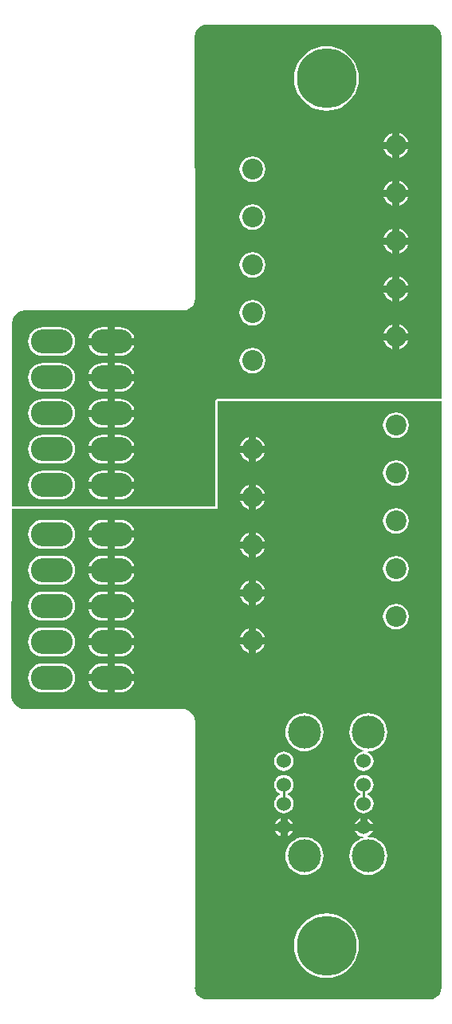
<source format=gtl>
%FSLAX24Y24*%
%MOIN*%
G70*
G01*
G75*
G04 Layer_Physical_Order=1*
G04 Layer_Color=255*
%ADD10C,0.0100*%
%ADD11C,0.0600*%
%ADD12C,0.1378*%
%ADD13C,0.2500*%
%ADD14O,0.1750X0.1000*%
%ADD15C,0.0866*%
G36*
X16304Y-27000D02*
X16287Y-27131D01*
X16237Y-27252D01*
X16157Y-27357D01*
X16052Y-27437D01*
X15931Y-27487D01*
X15804Y-27504D01*
X15800Y-27500D01*
Y-27500D01*
X11050D01*
X6500Y-27504D01*
X6369Y-27487D01*
X6248Y-27437D01*
X6143Y-27357D01*
X6063Y-27252D01*
X6013Y-27131D01*
X5996Y-27004D01*
X6000Y-27000D01*
X6000D01*
X6000Y-27000D01*
X6005Y-15900D01*
X5986Y-15756D01*
X5930Y-15623D01*
X5842Y-15508D01*
X5727Y-15420D01*
X5594Y-15364D01*
X5450Y-15345D01*
Y-15350D01*
X-1100Y-15353D01*
X-1218Y-15341D01*
X-1331Y-15307D01*
X-1435Y-15251D01*
X-1526Y-15176D01*
X-1601Y-15085D01*
X-1657Y-14981D01*
X-1691Y-14868D01*
X-1703Y-14753D01*
X-1700Y-14750D01*
X-1700D01*
X-1700Y-14750D01*
X-1650Y-7000D01*
X6950D01*
Y-3250D01*
Y-2500D01*
X16300D01*
X16304Y-27000D01*
D02*
G37*
G36*
X15931Y13237D02*
X16052Y13187D01*
X16157Y13107D01*
X16237Y13002D01*
X16287Y12881D01*
X16304Y12754D01*
X16300Y12750D01*
X16300D01*
Y-2398D01*
X6950D01*
X6911Y-2406D01*
X6878Y-2428D01*
X6856Y-2461D01*
X6848Y-2500D01*
Y-3250D01*
Y-6898D01*
X-1650D01*
X-1650Y-6898D01*
X-1655Y750D01*
X-1636Y894D01*
X-1580Y1027D01*
X-1492Y1142D01*
X-1377Y1230D01*
X-1244Y1286D01*
X-1105Y1304D01*
X-1100Y1300D01*
Y1300D01*
X-1100Y1300D01*
X5500Y1296D01*
X5631Y1313D01*
X5752Y1363D01*
X5857Y1443D01*
X5937Y1548D01*
X5987Y1669D01*
X6004Y1800D01*
X6000D01*
X5996Y12750D01*
X6013Y12881D01*
X6063Y13002D01*
X6143Y13107D01*
X6248Y13187D01*
X6369Y13237D01*
X6496Y13254D01*
X6500Y13250D01*
Y13250D01*
X15800Y13254D01*
X15931Y13237D01*
D02*
G37*
%LPC*%
G36*
X375Y-8947D02*
X-375D01*
X-493Y-8959D01*
X-606Y-8993D01*
X-710Y-9049D01*
X-801Y-9124D01*
X-876Y-9215D01*
X-932Y-9319D01*
X-966Y-9432D01*
X-978Y-9550D01*
X-966Y-9668D01*
X-932Y-9781D01*
X-876Y-9885D01*
X-801Y-9976D01*
X-710Y-10051D01*
X-606Y-10107D01*
X-493Y-10141D01*
X-375Y-10153D01*
X375D01*
X493Y-10141D01*
X606Y-10107D01*
X710Y-10051D01*
X801Y-9976D01*
X876Y-9885D01*
X932Y-9781D01*
X966Y-9668D01*
X978Y-9550D01*
X966Y-9432D01*
X932Y-9319D01*
X876Y-9215D01*
X801Y-9124D01*
X710Y-9049D01*
X606Y-8993D01*
X493Y-8959D01*
X375Y-8947D01*
D02*
G37*
G36*
X8550Y-9985D02*
Y-10350D01*
X8915D01*
X8866Y-10231D01*
X8780Y-10120D01*
X8669Y-10034D01*
X8550Y-9985D01*
D02*
G37*
G36*
X8250D02*
X8131Y-10034D01*
X8020Y-10120D01*
X7934Y-10231D01*
X7885Y-10350D01*
X8250D01*
Y-9985D01*
D02*
G37*
G36*
X2350Y-9700D02*
X1543D01*
X1568Y-9781D01*
X1624Y-9885D01*
X1699Y-9976D01*
X1790Y-10051D01*
X1894Y-10107D01*
X2007Y-10141D01*
X2125Y-10153D01*
X2350D01*
Y-9700D01*
D02*
G37*
G36*
Y-8947D02*
X2125D01*
X2007Y-8959D01*
X1894Y-8993D01*
X1790Y-9049D01*
X1699Y-9124D01*
X1624Y-9215D01*
X1568Y-9319D01*
X1543Y-9400D01*
X2350D01*
Y-8947D01*
D02*
G37*
G36*
X14400Y-8962D02*
X14261Y-8981D01*
X14131Y-9034D01*
X14020Y-9120D01*
X13934Y-9231D01*
X13881Y-9361D01*
X13862Y-9500D01*
X13881Y-9639D01*
X13934Y-9769D01*
X14020Y-9880D01*
X14131Y-9966D01*
X14261Y-10019D01*
X14400Y-10038D01*
X14539Y-10019D01*
X14669Y-9966D01*
X14780Y-9880D01*
X14866Y-9769D01*
X14919Y-9639D01*
X14938Y-9500D01*
X14919Y-9361D01*
X14866Y-9231D01*
X14780Y-9120D01*
X14669Y-9034D01*
X14539Y-8981D01*
X14400Y-8962D01*
D02*
G37*
G36*
X3456Y-9700D02*
X2650D01*
Y-10153D01*
X2875D01*
X2993Y-10141D01*
X3106Y-10107D01*
X3210Y-10051D01*
X3301Y-9976D01*
X3376Y-9885D01*
X3432Y-9781D01*
X3456Y-9700D01*
D02*
G37*
G36*
Y-11200D02*
X2650D01*
Y-11653D01*
X2875D01*
X2993Y-11641D01*
X3106Y-11607D01*
X3210Y-11551D01*
X3301Y-11476D01*
X3376Y-11385D01*
X3432Y-11281D01*
X3456Y-11200D01*
D02*
G37*
G36*
X2350D02*
X1543D01*
X1568Y-11281D01*
X1624Y-11385D01*
X1699Y-11476D01*
X1790Y-11551D01*
X1894Y-11607D01*
X2007Y-11641D01*
X2125Y-11653D01*
X2350D01*
Y-11200D01*
D02*
G37*
G36*
X375Y-10447D02*
X-375D01*
X-493Y-10459D01*
X-606Y-10493D01*
X-710Y-10549D01*
X-801Y-10624D01*
X-876Y-10715D01*
X-932Y-10819D01*
X-966Y-10932D01*
X-978Y-11050D01*
X-966Y-11168D01*
X-932Y-11281D01*
X-876Y-11385D01*
X-801Y-11476D01*
X-710Y-11551D01*
X-606Y-11607D01*
X-493Y-11641D01*
X-375Y-11653D01*
X375D01*
X493Y-11641D01*
X606Y-11607D01*
X710Y-11551D01*
X801Y-11476D01*
X876Y-11385D01*
X932Y-11281D01*
X966Y-11168D01*
X978Y-11050D01*
X966Y-10932D01*
X932Y-10819D01*
X876Y-10715D01*
X801Y-10624D01*
X710Y-10549D01*
X606Y-10493D01*
X493Y-10459D01*
X375Y-10447D01*
D02*
G37*
G36*
X8250Y-10650D02*
X7885D01*
X7934Y-10769D01*
X8020Y-10880D01*
X8131Y-10966D01*
X8250Y-11015D01*
Y-10650D01*
D02*
G37*
G36*
X2875Y-10447D02*
X2650D01*
Y-10900D01*
X3456D01*
X3432Y-10819D01*
X3376Y-10715D01*
X3301Y-10624D01*
X3210Y-10549D01*
X3106Y-10493D01*
X2993Y-10459D01*
X2875Y-10447D01*
D02*
G37*
G36*
X2350D02*
X2125D01*
X2007Y-10459D01*
X1894Y-10493D01*
X1790Y-10549D01*
X1699Y-10624D01*
X1624Y-10715D01*
X1568Y-10819D01*
X1543Y-10900D01*
X2350D01*
Y-10447D01*
D02*
G37*
G36*
X8915Y-10650D02*
X8550D01*
Y-11015D01*
X8669Y-10966D01*
X8780Y-10880D01*
X8866Y-10769D01*
X8915Y-10650D01*
D02*
G37*
G36*
X2350Y-7447D02*
X2125D01*
X2007Y-7459D01*
X1894Y-7493D01*
X1790Y-7549D01*
X1699Y-7624D01*
X1624Y-7715D01*
X1568Y-7819D01*
X1543Y-7900D01*
X2350D01*
Y-7447D01*
D02*
G37*
G36*
X14400Y-6962D02*
X14261Y-6981D01*
X14131Y-7034D01*
X14020Y-7120D01*
X13934Y-7231D01*
X13881Y-7361D01*
X13862Y-7500D01*
X13881Y-7639D01*
X13934Y-7769D01*
X14020Y-7880D01*
X14131Y-7966D01*
X14261Y-8019D01*
X14400Y-8038D01*
X14539Y-8019D01*
X14669Y-7966D01*
X14780Y-7880D01*
X14866Y-7769D01*
X14919Y-7639D01*
X14938Y-7500D01*
X14919Y-7361D01*
X14866Y-7231D01*
X14780Y-7120D01*
X14669Y-7034D01*
X14539Y-6981D01*
X14400Y-6962D01*
D02*
G37*
G36*
X8550Y-7985D02*
Y-8350D01*
X8915D01*
X8866Y-8231D01*
X8780Y-8120D01*
X8669Y-8034D01*
X8550Y-7985D01*
D02*
G37*
G36*
X2875Y-7447D02*
X2650D01*
Y-7900D01*
X3456D01*
X3432Y-7819D01*
X3376Y-7715D01*
X3301Y-7624D01*
X3210Y-7549D01*
X3106Y-7493D01*
X2993Y-7459D01*
X2875Y-7447D01*
D02*
G37*
G36*
X375Y-5397D02*
X-375D01*
X-493Y-5409D01*
X-606Y-5443D01*
X-710Y-5499D01*
X-801Y-5574D01*
X-876Y-5665D01*
X-932Y-5769D01*
X-966Y-5882D01*
X-978Y-6000D01*
X-966Y-6118D01*
X-932Y-6231D01*
X-876Y-6335D01*
X-801Y-6426D01*
X-710Y-6501D01*
X-606Y-6557D01*
X-493Y-6591D01*
X-375Y-6603D01*
X375D01*
X493Y-6591D01*
X606Y-6557D01*
X710Y-6501D01*
X801Y-6426D01*
X876Y-6335D01*
X932Y-6231D01*
X966Y-6118D01*
X978Y-6000D01*
X966Y-5882D01*
X932Y-5769D01*
X876Y-5665D01*
X801Y-5574D01*
X710Y-5499D01*
X606Y-5443D01*
X493Y-5409D01*
X375Y-5397D01*
D02*
G37*
G36*
X8915Y-6650D02*
X8550D01*
Y-7015D01*
X8669Y-6966D01*
X8780Y-6880D01*
X8866Y-6769D01*
X8915Y-6650D01*
D02*
G37*
G36*
X8250D02*
X7885D01*
X7934Y-6769D01*
X8020Y-6880D01*
X8131Y-6966D01*
X8250Y-7015D01*
Y-6650D01*
D02*
G37*
G36*
X8915Y-8650D02*
X8550D01*
Y-9015D01*
X8669Y-8966D01*
X8780Y-8880D01*
X8866Y-8769D01*
X8915Y-8650D01*
D02*
G37*
G36*
X8250D02*
X7885D01*
X7934Y-8769D01*
X8020Y-8880D01*
X8131Y-8966D01*
X8250Y-9015D01*
Y-8650D01*
D02*
G37*
G36*
X2875Y-8947D02*
X2650D01*
Y-9400D01*
X3456D01*
X3432Y-9319D01*
X3376Y-9215D01*
X3301Y-9124D01*
X3210Y-9049D01*
X3106Y-8993D01*
X2993Y-8959D01*
X2875Y-8947D01*
D02*
G37*
G36*
X375Y-7447D02*
X-375D01*
X-493Y-7459D01*
X-606Y-7493D01*
X-710Y-7549D01*
X-801Y-7624D01*
X-876Y-7715D01*
X-932Y-7819D01*
X-966Y-7932D01*
X-978Y-8050D01*
X-966Y-8168D01*
X-932Y-8281D01*
X-876Y-8385D01*
X-801Y-8476D01*
X-710Y-8551D01*
X-606Y-8607D01*
X-493Y-8641D01*
X-375Y-8653D01*
X375D01*
X493Y-8641D01*
X606Y-8607D01*
X710Y-8551D01*
X801Y-8476D01*
X876Y-8385D01*
X932Y-8281D01*
X966Y-8168D01*
X978Y-8050D01*
X966Y-7932D01*
X932Y-7819D01*
X876Y-7715D01*
X801Y-7624D01*
X710Y-7549D01*
X606Y-7493D01*
X493Y-7459D01*
X375Y-7447D01*
D02*
G37*
G36*
X8250Y-7985D02*
X8131Y-8034D01*
X8020Y-8120D01*
X7934Y-8231D01*
X7885Y-8350D01*
X8250D01*
Y-7985D01*
D02*
G37*
G36*
X3456Y-8200D02*
X2650D01*
Y-8653D01*
X2875D01*
X2993Y-8641D01*
X3106Y-8607D01*
X3210Y-8551D01*
X3301Y-8476D01*
X3376Y-8385D01*
X3432Y-8281D01*
X3456Y-8200D01*
D02*
G37*
G36*
X2350D02*
X1543D01*
X1568Y-8281D01*
X1624Y-8385D01*
X1699Y-8476D01*
X1790Y-8551D01*
X1894Y-8607D01*
X2007Y-8641D01*
X2125Y-8653D01*
X2350D01*
Y-8200D01*
D02*
G37*
G36*
X14400Y-10962D02*
X14261Y-10981D01*
X14131Y-11034D01*
X14020Y-11120D01*
X13934Y-11231D01*
X13881Y-11361D01*
X13862Y-11500D01*
X13881Y-11639D01*
X13934Y-11769D01*
X14020Y-11880D01*
X14131Y-11966D01*
X14261Y-12019D01*
X14400Y-12038D01*
X14539Y-12019D01*
X14669Y-11966D01*
X14780Y-11880D01*
X14866Y-11769D01*
X14919Y-11639D01*
X14938Y-11500D01*
X14919Y-11361D01*
X14866Y-11231D01*
X14780Y-11120D01*
X14669Y-11034D01*
X14539Y-10981D01*
X14400Y-10962D01*
D02*
G37*
G36*
X9715Y-18118D02*
X9610Y-18132D01*
X9513Y-18172D01*
X9429Y-18236D01*
X9365Y-18320D01*
X9325Y-18417D01*
X9311Y-18522D01*
X9325Y-18626D01*
X9365Y-18723D01*
X9429Y-18807D01*
X9513Y-18871D01*
X9559Y-18890D01*
Y-18940D01*
X9513Y-18960D01*
X9429Y-19024D01*
X9365Y-19107D01*
X9325Y-19205D01*
X9311Y-19309D01*
X9325Y-19413D01*
X9365Y-19511D01*
X9429Y-19594D01*
X9513Y-19658D01*
X9610Y-19699D01*
X9715Y-19713D01*
X9819Y-19699D01*
X9916Y-19658D01*
X10000Y-19594D01*
X10064Y-19511D01*
X10104Y-19413D01*
X10118Y-19309D01*
X10104Y-19205D01*
X10064Y-19107D01*
X10000Y-19024D01*
X9916Y-18960D01*
X9870Y-18940D01*
Y-18890D01*
X9916Y-18871D01*
X10000Y-18807D01*
X10064Y-18723D01*
X10104Y-18626D01*
X10118Y-18522D01*
X10104Y-18417D01*
X10064Y-18320D01*
X10000Y-18236D01*
X9916Y-18172D01*
X9819Y-18132D01*
X9715Y-18118D01*
D02*
G37*
G36*
X13211Y-19922D02*
Y-20143D01*
X13432D01*
X13410Y-20092D01*
X13346Y-20008D01*
X13263Y-19944D01*
X13211Y-19922D01*
D02*
G37*
G36*
X12911D02*
X12859Y-19944D01*
X12776Y-20008D01*
X12712Y-20092D01*
X12690Y-20143D01*
X12911D01*
Y-19922D01*
D02*
G37*
G36*
X13061Y-18118D02*
X12957Y-18132D01*
X12859Y-18172D01*
X12776Y-18236D01*
X12712Y-18320D01*
X12671Y-18417D01*
X12658Y-18522D01*
X12671Y-18626D01*
X12712Y-18723D01*
X12776Y-18807D01*
X12859Y-18871D01*
X12906Y-18890D01*
Y-18940D01*
X12859Y-18960D01*
X12776Y-19024D01*
X12712Y-19107D01*
X12671Y-19205D01*
X12658Y-19309D01*
X12671Y-19413D01*
X12712Y-19511D01*
X12776Y-19594D01*
X12859Y-19658D01*
X12957Y-19699D01*
X13061Y-19713D01*
X13165Y-19699D01*
X13263Y-19658D01*
X13346Y-19594D01*
X13410Y-19511D01*
X13451Y-19413D01*
X13464Y-19309D01*
X13451Y-19205D01*
X13410Y-19107D01*
X13346Y-19024D01*
X13263Y-18960D01*
X13216Y-18940D01*
Y-18890D01*
X13263Y-18871D01*
X13346Y-18807D01*
X13410Y-18723D01*
X13451Y-18626D01*
X13464Y-18522D01*
X13451Y-18417D01*
X13410Y-18320D01*
X13346Y-18236D01*
X13263Y-18172D01*
X13165Y-18132D01*
X13061Y-18118D01*
D02*
G37*
G36*
X13250Y-15538D02*
X13095Y-15553D01*
X12947Y-15598D01*
X12810Y-15672D01*
X12689Y-15770D01*
X12591Y-15890D01*
X12518Y-16027D01*
X12472Y-16176D01*
X12457Y-16331D01*
X12472Y-16485D01*
X12518Y-16634D01*
X12591Y-16771D01*
X12689Y-16891D01*
X12810Y-16990D01*
X12947Y-17063D01*
X13031Y-17089D01*
X13027Y-17138D01*
X12957Y-17148D01*
X12859Y-17188D01*
X12776Y-17252D01*
X12712Y-17336D01*
X12671Y-17433D01*
X12658Y-17537D01*
X12671Y-17642D01*
X12712Y-17739D01*
X12776Y-17823D01*
X12859Y-17887D01*
X12957Y-17927D01*
X13061Y-17941D01*
X13165Y-17927D01*
X13263Y-17887D01*
X13346Y-17823D01*
X13410Y-17739D01*
X13451Y-17642D01*
X13464Y-17537D01*
X13451Y-17433D01*
X13410Y-17336D01*
X13346Y-17252D01*
X13263Y-17188D01*
X13220Y-17170D01*
X13232Y-17122D01*
X13250Y-17124D01*
X13405Y-17108D01*
X13553Y-17063D01*
X13690Y-16990D01*
X13811Y-16891D01*
X13909Y-16771D01*
X13982Y-16634D01*
X14028Y-16485D01*
X14043Y-16331D01*
X14028Y-16176D01*
X13982Y-16027D01*
X13909Y-15890D01*
X13811Y-15770D01*
X13690Y-15672D01*
X13553Y-15598D01*
X13405Y-15553D01*
X13250Y-15538D01*
D02*
G37*
G36*
X10573D02*
X10418Y-15553D01*
X10269Y-15598D01*
X10132Y-15672D01*
X10012Y-15770D01*
X9914Y-15890D01*
X9840Y-16027D01*
X9795Y-16176D01*
X9780Y-16331D01*
X9795Y-16485D01*
X9840Y-16634D01*
X9914Y-16771D01*
X10012Y-16891D01*
X10132Y-16990D01*
X10269Y-17063D01*
X10418Y-17108D01*
X10573Y-17124D01*
X10727Y-17108D01*
X10876Y-17063D01*
X11013Y-16990D01*
X11133Y-16891D01*
X11232Y-16771D01*
X11305Y-16634D01*
X11350Y-16485D01*
X11366Y-16331D01*
X11350Y-16176D01*
X11305Y-16027D01*
X11232Y-15890D01*
X11133Y-15770D01*
X11013Y-15672D01*
X10876Y-15598D01*
X10727Y-15553D01*
X10573Y-15538D01*
D02*
G37*
G36*
X9715Y-17134D02*
X9610Y-17148D01*
X9513Y-17188D01*
X9429Y-17252D01*
X9365Y-17336D01*
X9325Y-17433D01*
X9311Y-17537D01*
X9325Y-17642D01*
X9365Y-17739D01*
X9429Y-17823D01*
X9513Y-17887D01*
X9610Y-17927D01*
X9715Y-17941D01*
X9819Y-17927D01*
X9916Y-17887D01*
X10000Y-17823D01*
X10064Y-17739D01*
X10104Y-17642D01*
X10118Y-17537D01*
X10104Y-17433D01*
X10064Y-17336D01*
X10000Y-17252D01*
X9916Y-17188D01*
X9819Y-17148D01*
X9715Y-17134D01*
D02*
G37*
G36*
X13432Y-20443D02*
X12690D01*
X12712Y-20495D01*
X12776Y-20579D01*
X12859Y-20643D01*
X12957Y-20683D01*
X13027Y-20692D01*
X13031Y-20742D01*
X12947Y-20768D01*
X12810Y-20841D01*
X12689Y-20939D01*
X12591Y-21060D01*
X12518Y-21197D01*
X12472Y-21345D01*
X12457Y-21500D01*
X12472Y-21655D01*
X12518Y-21803D01*
X12591Y-21940D01*
X12689Y-22061D01*
X12810Y-22159D01*
X12947Y-22232D01*
X13095Y-22278D01*
X13250Y-22293D01*
X13405Y-22278D01*
X13553Y-22232D01*
X13690Y-22159D01*
X13811Y-22061D01*
X13909Y-21940D01*
X13982Y-21803D01*
X14028Y-21655D01*
X14043Y-21500D01*
X14028Y-21345D01*
X13982Y-21197D01*
X13909Y-21060D01*
X13811Y-20939D01*
X13690Y-20841D01*
X13553Y-20768D01*
X13405Y-20722D01*
X13250Y-20707D01*
X13232Y-20709D01*
X13220Y-20660D01*
X13263Y-20643D01*
X13346Y-20579D01*
X13410Y-20495D01*
X13432Y-20443D01*
D02*
G37*
G36*
X10573Y-20707D02*
X10418Y-20722D01*
X10269Y-20768D01*
X10132Y-20841D01*
X10012Y-20939D01*
X9914Y-21060D01*
X9840Y-21197D01*
X9795Y-21345D01*
X9780Y-21500D01*
X9795Y-21655D01*
X9840Y-21803D01*
X9914Y-21940D01*
X10012Y-22061D01*
X10132Y-22159D01*
X10269Y-22232D01*
X10418Y-22278D01*
X10573Y-22293D01*
X10727Y-22278D01*
X10876Y-22232D01*
X11013Y-22159D01*
X11133Y-22061D01*
X11232Y-21940D01*
X11305Y-21803D01*
X11350Y-21655D01*
X11366Y-21500D01*
X11350Y-21345D01*
X11305Y-21197D01*
X11232Y-21060D01*
X11133Y-20939D01*
X11013Y-20841D01*
X10876Y-20768D01*
X10727Y-20722D01*
X10573Y-20707D01*
D02*
G37*
G36*
X11500Y-23896D02*
X11288Y-23912D01*
X11082Y-23962D01*
X10885Y-24043D01*
X10704Y-24154D01*
X10542Y-24292D01*
X10404Y-24454D01*
X10293Y-24635D01*
X10212Y-24832D01*
X10163Y-25038D01*
X10146Y-25250D01*
X10163Y-25462D01*
X10212Y-25668D01*
X10293Y-25865D01*
X10404Y-26046D01*
X10542Y-26208D01*
X10704Y-26346D01*
X10885Y-26457D01*
X11082Y-26538D01*
X11288Y-26588D01*
X11500Y-26604D01*
X11712Y-26588D01*
X11918Y-26538D01*
X12115Y-26457D01*
X12296Y-26346D01*
X12458Y-26208D01*
X12596Y-26046D01*
X12707Y-25865D01*
X12788Y-25668D01*
X12838Y-25462D01*
X12854Y-25250D01*
X12838Y-25038D01*
X12788Y-24832D01*
X12707Y-24635D01*
X12596Y-24454D01*
X12458Y-24292D01*
X12296Y-24154D01*
X12115Y-24043D01*
X11918Y-23962D01*
X11712Y-23912D01*
X11500Y-23896D01*
D02*
G37*
G36*
X9565Y-20443D02*
X9344D01*
X9365Y-20495D01*
X9429Y-20579D01*
X9513Y-20643D01*
X9565Y-20664D01*
Y-20443D01*
D02*
G37*
G36*
X9865Y-19922D02*
Y-20143D01*
X10085D01*
X10064Y-20092D01*
X10000Y-20008D01*
X9916Y-19944D01*
X9865Y-19922D01*
D02*
G37*
G36*
X9565D02*
X9513Y-19944D01*
X9429Y-20008D01*
X9365Y-20092D01*
X9344Y-20143D01*
X9565D01*
Y-19922D01*
D02*
G37*
G36*
X10085Y-20443D02*
X9865D01*
Y-20664D01*
X9916Y-20643D01*
X10000Y-20579D01*
X10064Y-20495D01*
X10085Y-20443D01*
D02*
G37*
G36*
X8915Y-12650D02*
X8550D01*
Y-13015D01*
X8669Y-12966D01*
X8780Y-12880D01*
X8866Y-12769D01*
X8915Y-12650D01*
D02*
G37*
G36*
X8250D02*
X7885D01*
X7934Y-12769D01*
X8020Y-12880D01*
X8131Y-12966D01*
X8250Y-13015D01*
Y-12650D01*
D02*
G37*
G36*
X3456Y-12700D02*
X2650D01*
Y-13153D01*
X2875D01*
X2993Y-13141D01*
X3106Y-13107D01*
X3210Y-13051D01*
X3301Y-12976D01*
X3376Y-12885D01*
X3432Y-12781D01*
X3456Y-12700D01*
D02*
G37*
G36*
X2350Y-11947D02*
X2125D01*
X2007Y-11959D01*
X1894Y-11993D01*
X1790Y-12049D01*
X1699Y-12124D01*
X1624Y-12215D01*
X1568Y-12319D01*
X1543Y-12400D01*
X2350D01*
Y-11947D01*
D02*
G37*
G36*
X8550Y-11985D02*
Y-12350D01*
X8915D01*
X8866Y-12231D01*
X8780Y-12120D01*
X8669Y-12034D01*
X8550Y-11985D01*
D02*
G37*
G36*
X8250D02*
X8131Y-12034D01*
X8020Y-12120D01*
X7934Y-12231D01*
X7885Y-12350D01*
X8250D01*
Y-11985D01*
D02*
G37*
G36*
X2875Y-11947D02*
X2650D01*
Y-12400D01*
X3456D01*
X3432Y-12319D01*
X3376Y-12215D01*
X3301Y-12124D01*
X3210Y-12049D01*
X3106Y-11993D01*
X2993Y-11959D01*
X2875Y-11947D01*
D02*
G37*
G36*
X3456Y-14200D02*
X2650D01*
Y-14653D01*
X2875D01*
X2993Y-14641D01*
X3106Y-14607D01*
X3210Y-14551D01*
X3301Y-14476D01*
X3376Y-14385D01*
X3432Y-14281D01*
X3456Y-14200D01*
D02*
G37*
G36*
X2350D02*
X1543D01*
X1568Y-14281D01*
X1624Y-14385D01*
X1699Y-14476D01*
X1790Y-14551D01*
X1894Y-14607D01*
X2007Y-14641D01*
X2125Y-14653D01*
X2350D01*
Y-14200D01*
D02*
G37*
G36*
X375Y-13447D02*
X-375D01*
X-493Y-13459D01*
X-606Y-13493D01*
X-710Y-13549D01*
X-801Y-13624D01*
X-876Y-13715D01*
X-932Y-13819D01*
X-966Y-13932D01*
X-978Y-14050D01*
X-966Y-14168D01*
X-932Y-14281D01*
X-876Y-14385D01*
X-801Y-14476D01*
X-710Y-14551D01*
X-606Y-14607D01*
X-493Y-14641D01*
X-375Y-14653D01*
X375D01*
X493Y-14641D01*
X606Y-14607D01*
X710Y-14551D01*
X801Y-14476D01*
X876Y-14385D01*
X932Y-14281D01*
X966Y-14168D01*
X978Y-14050D01*
X966Y-13932D01*
X932Y-13819D01*
X876Y-13715D01*
X801Y-13624D01*
X710Y-13549D01*
X606Y-13493D01*
X493Y-13459D01*
X375Y-13447D01*
D02*
G37*
G36*
X2350D02*
X2125D01*
X2007Y-13459D01*
X1894Y-13493D01*
X1790Y-13549D01*
X1699Y-13624D01*
X1624Y-13715D01*
X1568Y-13819D01*
X1543Y-13900D01*
X2350D01*
Y-13447D01*
D02*
G37*
G36*
Y-12700D02*
X1543D01*
X1568Y-12781D01*
X1624Y-12885D01*
X1699Y-12976D01*
X1790Y-13051D01*
X1894Y-13107D01*
X2007Y-13141D01*
X2125Y-13153D01*
X2350D01*
Y-12700D01*
D02*
G37*
G36*
X375Y-11947D02*
X-375D01*
X-493Y-11959D01*
X-606Y-11993D01*
X-710Y-12049D01*
X-801Y-12124D01*
X-876Y-12215D01*
X-932Y-12319D01*
X-966Y-12432D01*
X-978Y-12550D01*
X-966Y-12668D01*
X-932Y-12781D01*
X-876Y-12885D01*
X-801Y-12976D01*
X-710Y-13051D01*
X-606Y-13107D01*
X-493Y-13141D01*
X-375Y-13153D01*
X375D01*
X493Y-13141D01*
X606Y-13107D01*
X710Y-13051D01*
X801Y-12976D01*
X876Y-12885D01*
X932Y-12781D01*
X966Y-12668D01*
X978Y-12550D01*
X966Y-12432D01*
X932Y-12319D01*
X876Y-12215D01*
X801Y-12124D01*
X710Y-12049D01*
X606Y-11993D01*
X493Y-11959D01*
X375Y-11947D01*
D02*
G37*
G36*
X2875Y-13447D02*
X2650D01*
Y-13900D01*
X3456D01*
X3432Y-13819D01*
X3376Y-13715D01*
X3301Y-13624D01*
X3210Y-13549D01*
X3106Y-13493D01*
X2993Y-13459D01*
X2875Y-13447D01*
D02*
G37*
G36*
X14250Y2050D02*
X13885D01*
X13934Y1931D01*
X14020Y1820D01*
X14131Y1734D01*
X14250Y1685D01*
Y2050D01*
D02*
G37*
G36*
X8400Y1738D02*
X8261Y1719D01*
X8131Y1666D01*
X8020Y1580D01*
X7934Y1469D01*
X7881Y1339D01*
X7862Y1200D01*
X7881Y1061D01*
X7934Y931D01*
X8020Y820D01*
X8131Y734D01*
X8261Y681D01*
X8400Y662D01*
X8539Y681D01*
X8669Y734D01*
X8780Y820D01*
X8866Y931D01*
X8919Y1061D01*
X8938Y1200D01*
X8919Y1339D01*
X8866Y1469D01*
X8780Y1580D01*
X8669Y1666D01*
X8539Y1719D01*
X8400Y1738D01*
D02*
G37*
G36*
X14550Y715D02*
Y350D01*
X14915D01*
X14866Y469D01*
X14780Y580D01*
X14669Y666D01*
X14550Y715D01*
D02*
G37*
G36*
X14915Y2050D02*
X14550D01*
Y1685D01*
X14669Y1734D01*
X14780Y1820D01*
X14866Y1931D01*
X14915Y2050D01*
D02*
G37*
G36*
X8400Y3738D02*
X8261Y3719D01*
X8131Y3666D01*
X8020Y3580D01*
X7934Y3469D01*
X7881Y3339D01*
X7862Y3200D01*
X7881Y3061D01*
X7934Y2931D01*
X8020Y2820D01*
X8131Y2734D01*
X8261Y2681D01*
X8400Y2662D01*
X8539Y2681D01*
X8669Y2734D01*
X8780Y2820D01*
X8866Y2931D01*
X8919Y3061D01*
X8938Y3200D01*
X8919Y3339D01*
X8866Y3469D01*
X8780Y3580D01*
X8669Y3666D01*
X8539Y3719D01*
X8400Y3738D01*
D02*
G37*
G36*
X14550Y2715D02*
Y2350D01*
X14915D01*
X14866Y2469D01*
X14780Y2580D01*
X14669Y2666D01*
X14550Y2715D01*
D02*
G37*
G36*
X14250D02*
X14131Y2666D01*
X14020Y2580D01*
X13934Y2469D01*
X13885Y2350D01*
X14250D01*
Y2715D01*
D02*
G37*
G36*
Y50D02*
X13885D01*
X13934Y-69D01*
X14020Y-180D01*
X14131Y-266D01*
X14250Y-315D01*
Y50D01*
D02*
G37*
G36*
X3456Y-150D02*
X2650D01*
Y-603D01*
X2875D01*
X2993Y-591D01*
X3106Y-557D01*
X3210Y-501D01*
X3301Y-426D01*
X3376Y-335D01*
X3432Y-231D01*
X3456Y-150D01*
D02*
G37*
G36*
X2350D02*
X1543D01*
X1568Y-231D01*
X1624Y-335D01*
X1699Y-426D01*
X1790Y-501D01*
X1894Y-557D01*
X2007Y-591D01*
X2125Y-603D01*
X2350D01*
Y-150D01*
D02*
G37*
G36*
X14915Y50D02*
X14550D01*
Y-315D01*
X14669Y-266D01*
X14780Y-180D01*
X14866Y-69D01*
X14915Y50D01*
D02*
G37*
G36*
X14250Y715D02*
X14131Y666D01*
X14020Y580D01*
X13934Y469D01*
X13885Y350D01*
X14250D01*
Y715D01*
D02*
G37*
G36*
X2875Y603D02*
X2650D01*
Y150D01*
X3456D01*
X3432Y231D01*
X3376Y335D01*
X3301Y426D01*
X3210Y501D01*
X3106Y557D01*
X2993Y591D01*
X2875Y603D01*
D02*
G37*
G36*
X2350D02*
X2125D01*
X2007Y591D01*
X1894Y557D01*
X1790Y501D01*
X1699Y426D01*
X1624Y335D01*
X1568Y231D01*
X1543Y150D01*
X2350D01*
Y603D01*
D02*
G37*
G36*
X14250Y4050D02*
X13885D01*
X13934Y3931D01*
X14020Y3820D01*
X14131Y3734D01*
X14250Y3685D01*
Y4050D01*
D02*
G37*
G36*
Y8050D02*
X13885D01*
X13934Y7931D01*
X14020Y7820D01*
X14131Y7734D01*
X14250Y7685D01*
Y8050D01*
D02*
G37*
G36*
X8400Y7738D02*
X8261Y7719D01*
X8131Y7666D01*
X8020Y7580D01*
X7934Y7469D01*
X7881Y7339D01*
X7862Y7200D01*
X7881Y7061D01*
X7934Y6931D01*
X8020Y6820D01*
X8131Y6734D01*
X8261Y6681D01*
X8400Y6662D01*
X8539Y6681D01*
X8669Y6734D01*
X8780Y6820D01*
X8866Y6931D01*
X8919Y7061D01*
X8938Y7200D01*
X8919Y7339D01*
X8866Y7469D01*
X8780Y7580D01*
X8669Y7666D01*
X8539Y7719D01*
X8400Y7738D01*
D02*
G37*
G36*
X14550Y6715D02*
Y6350D01*
X14915D01*
X14866Y6469D01*
X14780Y6580D01*
X14669Y6666D01*
X14550Y6715D01*
D02*
G37*
G36*
X14915Y8050D02*
X14550D01*
Y7685D01*
X14669Y7734D01*
X14780Y7820D01*
X14866Y7931D01*
X14915Y8050D01*
D02*
G37*
G36*
X11500Y12354D02*
X11288Y12337D01*
X11082Y12288D01*
X10885Y12207D01*
X10704Y12096D01*
X10542Y11958D01*
X10404Y11796D01*
X10293Y11615D01*
X10212Y11418D01*
X10163Y11212D01*
X10146Y11000D01*
X10163Y10788D01*
X10212Y10582D01*
X10293Y10385D01*
X10404Y10204D01*
X10542Y10042D01*
X10704Y9904D01*
X10885Y9793D01*
X11082Y9712D01*
X11288Y9663D01*
X11500Y9646D01*
X11712Y9663D01*
X11918Y9712D01*
X12115Y9793D01*
X12296Y9904D01*
X12458Y10042D01*
X12596Y10204D01*
X12707Y10385D01*
X12788Y10582D01*
X12838Y10788D01*
X12854Y11000D01*
X12838Y11212D01*
X12788Y11418D01*
X12707Y11615D01*
X12596Y11796D01*
X12458Y11958D01*
X12296Y12096D01*
X12115Y12207D01*
X11918Y12288D01*
X11712Y12337D01*
X11500Y12354D01*
D02*
G37*
G36*
X14550Y8715D02*
Y8350D01*
X14915D01*
X14866Y8469D01*
X14780Y8580D01*
X14669Y8666D01*
X14550Y8715D01*
D02*
G37*
G36*
X14250D02*
X14131Y8666D01*
X14020Y8580D01*
X13934Y8469D01*
X13885Y8350D01*
X14250D01*
Y8715D01*
D02*
G37*
G36*
X14550Y4715D02*
Y4350D01*
X14915D01*
X14866Y4469D01*
X14780Y4580D01*
X14669Y4666D01*
X14550Y4715D01*
D02*
G37*
G36*
X14250D02*
X14131Y4666D01*
X14020Y4580D01*
X13934Y4469D01*
X13885Y4350D01*
X14250D01*
Y4715D01*
D02*
G37*
G36*
X14915Y4050D02*
X14550D01*
Y3685D01*
X14669Y3734D01*
X14780Y3820D01*
X14866Y3931D01*
X14915Y4050D01*
D02*
G37*
G36*
X8400Y5738D02*
X8261Y5719D01*
X8131Y5666D01*
X8020Y5580D01*
X7934Y5469D01*
X7881Y5339D01*
X7862Y5200D01*
X7881Y5061D01*
X7934Y4931D01*
X8020Y4820D01*
X8131Y4734D01*
X8261Y4681D01*
X8400Y4662D01*
X8539Y4681D01*
X8669Y4734D01*
X8780Y4820D01*
X8866Y4931D01*
X8919Y5061D01*
X8938Y5200D01*
X8919Y5339D01*
X8866Y5469D01*
X8780Y5580D01*
X8669Y5666D01*
X8539Y5719D01*
X8400Y5738D01*
D02*
G37*
G36*
X14250Y6715D02*
X14131Y6666D01*
X14020Y6580D01*
X13934Y6469D01*
X13885Y6350D01*
X14250D01*
Y6715D01*
D02*
G37*
G36*
X14915Y6050D02*
X14550D01*
Y5685D01*
X14669Y5734D01*
X14780Y5820D01*
X14866Y5931D01*
X14915Y6050D01*
D02*
G37*
G36*
X14250D02*
X13885D01*
X13934Y5931D01*
X14020Y5820D01*
X14131Y5734D01*
X14250Y5685D01*
Y6050D01*
D02*
G37*
G36*
X3456Y-4650D02*
X2650D01*
Y-5103D01*
X2875D01*
X2993Y-5091D01*
X3106Y-5057D01*
X3210Y-5001D01*
X3301Y-4926D01*
X3376Y-4835D01*
X3432Y-4731D01*
X3456Y-4650D01*
D02*
G37*
G36*
X2350D02*
X1543D01*
X1568Y-4731D01*
X1624Y-4835D01*
X1699Y-4926D01*
X1790Y-5001D01*
X1894Y-5057D01*
X2007Y-5091D01*
X2125Y-5103D01*
X2350D01*
Y-4650D01*
D02*
G37*
G36*
X375Y-3897D02*
X-375D01*
X-493Y-3909D01*
X-606Y-3943D01*
X-710Y-3999D01*
X-801Y-4074D01*
X-876Y-4165D01*
X-932Y-4269D01*
X-966Y-4382D01*
X-978Y-4500D01*
X-966Y-4618D01*
X-932Y-4731D01*
X-876Y-4835D01*
X-801Y-4926D01*
X-710Y-5001D01*
X-606Y-5057D01*
X-493Y-5091D01*
X-375Y-5103D01*
X375D01*
X493Y-5091D01*
X606Y-5057D01*
X710Y-5001D01*
X801Y-4926D01*
X876Y-4835D01*
X932Y-4731D01*
X966Y-4618D01*
X978Y-4500D01*
X966Y-4382D01*
X932Y-4269D01*
X876Y-4165D01*
X801Y-4074D01*
X710Y-3999D01*
X606Y-3943D01*
X493Y-3909D01*
X375Y-3897D01*
D02*
G37*
G36*
X8250Y-4650D02*
X7885D01*
X7934Y-4769D01*
X8020Y-4880D01*
X8131Y-4966D01*
X8250Y-5015D01*
Y-4650D01*
D02*
G37*
G36*
X2875Y-3897D02*
X2650D01*
Y-4350D01*
X3456D01*
X3432Y-4269D01*
X3376Y-4165D01*
X3301Y-4074D01*
X3210Y-3999D01*
X3106Y-3943D01*
X2993Y-3909D01*
X2875Y-3897D01*
D02*
G37*
G36*
X2350D02*
X2125D01*
X2007Y-3909D01*
X1894Y-3943D01*
X1790Y-3999D01*
X1699Y-4074D01*
X1624Y-4165D01*
X1568Y-4269D01*
X1543Y-4350D01*
X2350D01*
Y-3897D01*
D02*
G37*
G36*
X8915Y-4650D02*
X8550D01*
Y-5015D01*
X8669Y-4966D01*
X8780Y-4880D01*
X8866Y-4769D01*
X8915Y-4650D01*
D02*
G37*
G36*
X8250Y-5985D02*
X8131Y-6034D01*
X8020Y-6120D01*
X7934Y-6231D01*
X7885Y-6350D01*
X8250D01*
Y-5985D01*
D02*
G37*
G36*
X3456Y-6150D02*
X2650D01*
Y-6603D01*
X2875D01*
X2993Y-6591D01*
X3106Y-6557D01*
X3210Y-6501D01*
X3301Y-6426D01*
X3376Y-6335D01*
X3432Y-6231D01*
X3456Y-6150D01*
D02*
G37*
G36*
X2350D02*
X1543D01*
X1568Y-6231D01*
X1624Y-6335D01*
X1699Y-6426D01*
X1790Y-6501D01*
X1894Y-6557D01*
X2007Y-6591D01*
X2125Y-6603D01*
X2350D01*
Y-6150D01*
D02*
G37*
G36*
X8550Y-5985D02*
Y-6350D01*
X8915D01*
X8866Y-6231D01*
X8780Y-6120D01*
X8669Y-6034D01*
X8550Y-5985D01*
D02*
G37*
G36*
X2875Y-5397D02*
X2650D01*
Y-5850D01*
X3456D01*
X3432Y-5769D01*
X3376Y-5665D01*
X3301Y-5574D01*
X3210Y-5499D01*
X3106Y-5443D01*
X2993Y-5409D01*
X2875Y-5397D01*
D02*
G37*
G36*
X2350D02*
X2125D01*
X2007Y-5409D01*
X1894Y-5443D01*
X1790Y-5499D01*
X1699Y-5574D01*
X1624Y-5665D01*
X1568Y-5769D01*
X1543Y-5850D01*
X2350D01*
Y-5397D01*
D02*
G37*
G36*
X14400Y-4962D02*
X14261Y-4981D01*
X14131Y-5034D01*
X14020Y-5120D01*
X13934Y-5231D01*
X13881Y-5361D01*
X13862Y-5500D01*
X13881Y-5639D01*
X13934Y-5769D01*
X14020Y-5880D01*
X14131Y-5966D01*
X14261Y-6019D01*
X14400Y-6038D01*
X14539Y-6019D01*
X14669Y-5966D01*
X14780Y-5880D01*
X14866Y-5769D01*
X14919Y-5639D01*
X14938Y-5500D01*
X14919Y-5361D01*
X14866Y-5231D01*
X14780Y-5120D01*
X14669Y-5034D01*
X14539Y-4981D01*
X14400Y-4962D01*
D02*
G37*
G36*
X8250Y-3985D02*
X8131Y-4034D01*
X8020Y-4120D01*
X7934Y-4231D01*
X7885Y-4350D01*
X8250D01*
Y-3985D01*
D02*
G37*
G36*
X3456Y-1650D02*
X2650D01*
Y-2103D01*
X2875D01*
X2993Y-2091D01*
X3106Y-2057D01*
X3210Y-2001D01*
X3301Y-1926D01*
X3376Y-1835D01*
X3432Y-1731D01*
X3456Y-1650D01*
D02*
G37*
G36*
X2350D02*
X1543D01*
X1568Y-1731D01*
X1624Y-1835D01*
X1699Y-1926D01*
X1790Y-2001D01*
X1894Y-2057D01*
X2007Y-2091D01*
X2125Y-2103D01*
X2350D01*
Y-1650D01*
D02*
G37*
G36*
X375Y-897D02*
X-375D01*
X-493Y-909D01*
X-606Y-943D01*
X-710Y-999D01*
X-801Y-1074D01*
X-876Y-1165D01*
X-932Y-1269D01*
X-966Y-1382D01*
X-978Y-1500D01*
X-966Y-1618D01*
X-932Y-1731D01*
X-876Y-1835D01*
X-801Y-1926D01*
X-710Y-2001D01*
X-606Y-2057D01*
X-493Y-2091D01*
X-375Y-2103D01*
X375D01*
X493Y-2091D01*
X606Y-2057D01*
X710Y-2001D01*
X801Y-1926D01*
X876Y-1835D01*
X932Y-1731D01*
X966Y-1618D01*
X978Y-1500D01*
X966Y-1382D01*
X932Y-1269D01*
X876Y-1165D01*
X801Y-1074D01*
X710Y-999D01*
X606Y-943D01*
X493Y-909D01*
X375Y-897D01*
D02*
G37*
G36*
X2350D02*
X2125D01*
X2007Y-909D01*
X1894Y-943D01*
X1790Y-999D01*
X1699Y-1074D01*
X1624Y-1165D01*
X1568Y-1269D01*
X1543Y-1350D01*
X2350D01*
Y-897D01*
D02*
G37*
G36*
X375Y603D02*
X-375D01*
X-493Y591D01*
X-606Y557D01*
X-710Y501D01*
X-801Y426D01*
X-876Y335D01*
X-932Y231D01*
X-966Y118D01*
X-978Y0D01*
X-966Y-118D01*
X-932Y-231D01*
X-876Y-335D01*
X-801Y-426D01*
X-710Y-501D01*
X-606Y-557D01*
X-493Y-591D01*
X-375Y-603D01*
X375D01*
X493Y-591D01*
X606Y-557D01*
X710Y-501D01*
X801Y-426D01*
X876Y-335D01*
X932Y-231D01*
X966Y-118D01*
X978Y0D01*
X966Y118D01*
X932Y231D01*
X876Y335D01*
X801Y426D01*
X710Y501D01*
X606Y557D01*
X493Y591D01*
X375Y603D01*
D02*
G37*
G36*
X8400Y-262D02*
X8261Y-281D01*
X8131Y-334D01*
X8020Y-420D01*
X7934Y-531D01*
X7881Y-661D01*
X7862Y-800D01*
X7881Y-939D01*
X7934Y-1069D01*
X8020Y-1180D01*
X8131Y-1266D01*
X8261Y-1319D01*
X8400Y-1338D01*
X8539Y-1319D01*
X8669Y-1266D01*
X8780Y-1180D01*
X8866Y-1069D01*
X8919Y-939D01*
X8938Y-800D01*
X8919Y-661D01*
X8866Y-531D01*
X8780Y-420D01*
X8669Y-334D01*
X8539Y-281D01*
X8400Y-262D01*
D02*
G37*
G36*
X2875Y-897D02*
X2650D01*
Y-1350D01*
X3456D01*
X3432Y-1269D01*
X3376Y-1165D01*
X3301Y-1074D01*
X3210Y-999D01*
X3106Y-943D01*
X2993Y-909D01*
X2875Y-897D01*
D02*
G37*
G36*
X375Y-2397D02*
X-375D01*
X-493Y-2409D01*
X-606Y-2443D01*
X-710Y-2499D01*
X-801Y-2574D01*
X-876Y-2665D01*
X-932Y-2769D01*
X-966Y-2882D01*
X-978Y-3000D01*
X-966Y-3118D01*
X-932Y-3231D01*
X-876Y-3335D01*
X-801Y-3426D01*
X-710Y-3501D01*
X-606Y-3557D01*
X-493Y-3591D01*
X-375Y-3603D01*
X375D01*
X493Y-3591D01*
X606Y-3557D01*
X710Y-3501D01*
X801Y-3426D01*
X876Y-3335D01*
X932Y-3231D01*
X966Y-3118D01*
X978Y-3000D01*
X966Y-2882D01*
X932Y-2769D01*
X876Y-2665D01*
X801Y-2574D01*
X710Y-2499D01*
X606Y-2443D01*
X493Y-2409D01*
X375Y-2397D01*
D02*
G37*
G36*
X14400Y-2962D02*
X14261Y-2981D01*
X14131Y-3034D01*
X14020Y-3120D01*
X13934Y-3231D01*
X13881Y-3361D01*
X13862Y-3500D01*
X13881Y-3639D01*
X13934Y-3769D01*
X14020Y-3880D01*
X14131Y-3966D01*
X14261Y-4019D01*
X14400Y-4038D01*
X14539Y-4019D01*
X14669Y-3966D01*
X14780Y-3880D01*
X14866Y-3769D01*
X14919Y-3639D01*
X14938Y-3500D01*
X14919Y-3361D01*
X14866Y-3231D01*
X14780Y-3120D01*
X14669Y-3034D01*
X14539Y-2981D01*
X14400Y-2962D01*
D02*
G37*
G36*
X8550Y-3985D02*
Y-4350D01*
X8915D01*
X8866Y-4231D01*
X8780Y-4120D01*
X8669Y-4034D01*
X8550Y-3985D01*
D02*
G37*
G36*
X2350Y-3150D02*
X1543D01*
X1568Y-3231D01*
X1624Y-3335D01*
X1699Y-3426D01*
X1790Y-3501D01*
X1894Y-3557D01*
X2007Y-3591D01*
X2125Y-3603D01*
X2350D01*
Y-3150D01*
D02*
G37*
G36*
X2875Y-2397D02*
X2650D01*
Y-2850D01*
X3456D01*
X3432Y-2769D01*
X3376Y-2665D01*
X3301Y-2574D01*
X3210Y-2499D01*
X3106Y-2443D01*
X2993Y-2409D01*
X2875Y-2397D01*
D02*
G37*
G36*
X2350D02*
X2125D01*
X2007Y-2409D01*
X1894Y-2443D01*
X1790Y-2499D01*
X1699Y-2574D01*
X1624Y-2665D01*
X1568Y-2769D01*
X1543Y-2850D01*
X2350D01*
Y-2397D01*
D02*
G37*
G36*
X3456Y-3150D02*
X2650D01*
Y-3603D01*
X2875D01*
X2993Y-3591D01*
X3106Y-3557D01*
X3210Y-3501D01*
X3301Y-3426D01*
X3376Y-3335D01*
X3432Y-3231D01*
X3456Y-3150D01*
D02*
G37*
%LPD*%
D10*
X9715Y-19309D02*
Y-18522D01*
X13061Y-19309D02*
Y-18522D01*
D11*
Y-17537D02*
D03*
Y-18522D02*
D03*
Y-19309D02*
D03*
Y-20293D02*
D03*
X9715Y-17537D02*
D03*
Y-18522D02*
D03*
Y-19309D02*
D03*
Y-20293D02*
D03*
D12*
X10573Y-21500D02*
D03*
Y-16331D02*
D03*
X13250D02*
D03*
Y-21500D02*
D03*
D13*
X11500Y11000D02*
D03*
Y-25250D02*
D03*
D14*
X2500Y-14050D02*
D03*
X0D02*
D03*
X2500Y-12550D02*
D03*
X0D02*
D03*
X2500Y-11050D02*
D03*
X0D02*
D03*
X2500Y-9550D02*
D03*
X0D02*
D03*
X2500Y-8050D02*
D03*
X0D02*
D03*
X2500Y-6000D02*
D03*
X0D02*
D03*
X2500Y-4500D02*
D03*
X0D02*
D03*
X2500Y-3000D02*
D03*
X0D02*
D03*
X2500Y-1500D02*
D03*
X0D02*
D03*
X2500Y0D02*
D03*
X0D02*
D03*
D15*
X8400Y-12500D02*
D03*
Y-10500D02*
D03*
Y-8500D02*
D03*
Y-6500D02*
D03*
Y-4500D02*
D03*
X14400Y-11500D02*
D03*
Y-9500D02*
D03*
Y-7500D02*
D03*
Y-5500D02*
D03*
Y-3500D02*
D03*
X8400Y-800D02*
D03*
Y1200D02*
D03*
Y3200D02*
D03*
Y5200D02*
D03*
Y7200D02*
D03*
X14400Y200D02*
D03*
Y2200D02*
D03*
Y4200D02*
D03*
Y6200D02*
D03*
Y8200D02*
D03*
M02*

</source>
